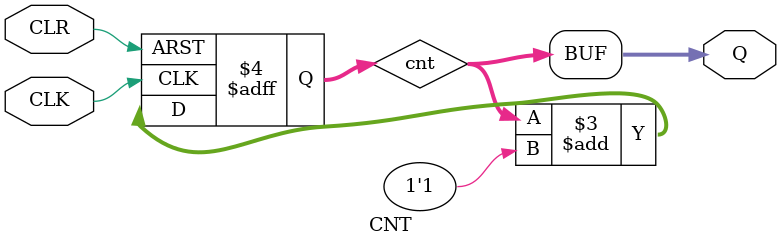
<source format=v>


module CNT( CLK,CLR,Q );
	parameter Bits = 8;
	
	input CLK, CLR;
	output [Bits-1:0]Q;
	
	reg [Bits-1:0] cnt;
	always @(posedge CLK, negedge CLR)begin
		if(!CLR) cnt <= {Bits{1'b0}};
		else cnt <= cnt + 1'b1;
	end

	assign Q = cnt;

endmodule


</source>
